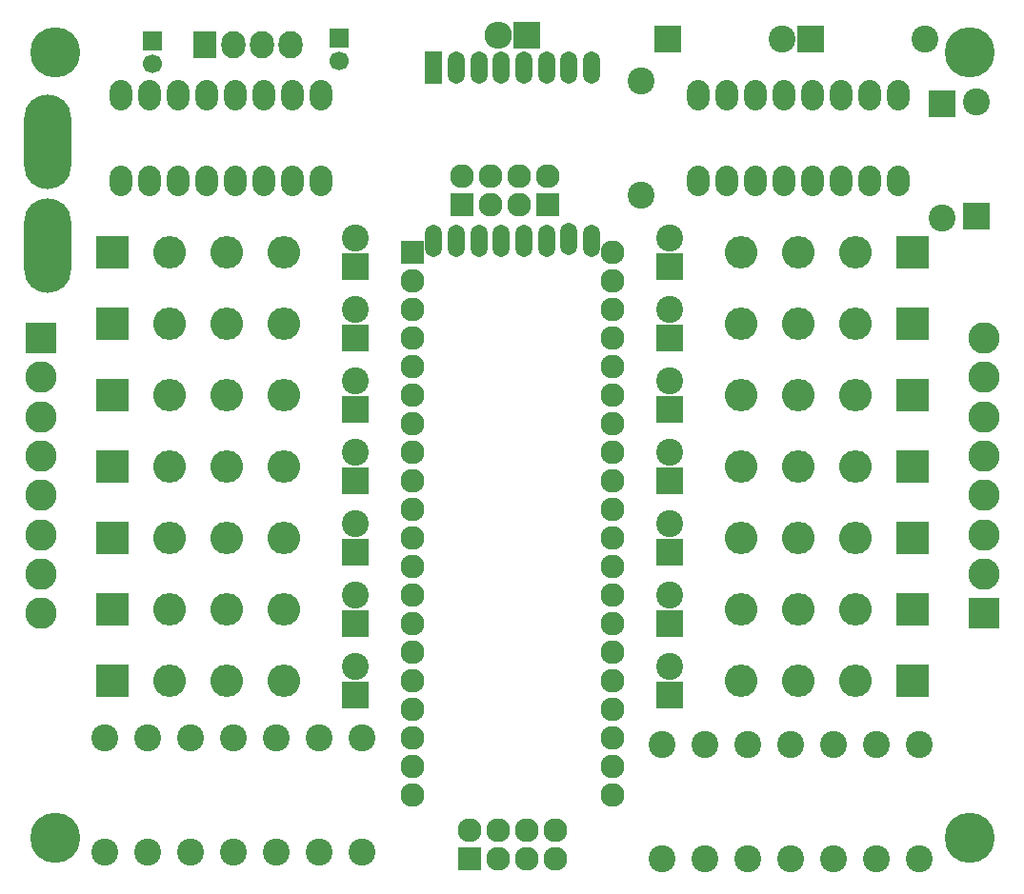
<source format=gbs>
G04 #@! TF.FileFunction,Soldermask,Bot*
%FSLAX46Y46*%
G04 Gerber Fmt 4.6, Leading zero omitted, Abs format (unit mm)*
G04 Created by KiCad (PCBNEW (2016-01-13 BZR 6465, Git 5af18e5)-product) date Wed 03 Feb 2016 11:55:23 AWST*
%MOMM*%
G01*
G04 APERTURE LIST*
%ADD10C,0.100000*%
%ADD11C,2.800000*%
%ADD12R,2.800000X2.800000*%
%ADD13C,2.398980*%
%ADD14R,2.398980X2.398980*%
%ADD15C,4.464000*%
%ADD16R,2.127200X2.127200*%
%ADD17O,2.127200X2.127200*%
%ADD18R,2.400000X2.400000*%
%ADD19C,2.400000*%
%ADD20R,2.432000X2.432000*%
%ADD21O,2.432000X2.432000*%
%ADD22R,2.127200X2.432000*%
%ADD23O,2.127200X2.432000*%
%ADD24O,2.000000X2.700000*%
%ADD25R,2.900000X2.900000*%
%ADD26O,2.900000X2.900000*%
%ADD27R,1.500000X2.900000*%
%ADD28O,1.500000X2.900000*%
%ADD29R,1.700000X1.700000*%
%ADD30C,1.700000*%
%ADD31O,4.200000X8.400000*%
G04 APERTURE END LIST*
D10*
D11*
X231140000Y-121651000D03*
X231140000Y-125151000D03*
X231140000Y-118151000D03*
X231140000Y-114651000D03*
X231140000Y-111151000D03*
X231140000Y-107651000D03*
D12*
X231140000Y-128651000D03*
D11*
X231140000Y-104151000D03*
X147320000Y-111140000D03*
X147320000Y-107640000D03*
X147320000Y-114640000D03*
X147320000Y-118140000D03*
X147320000Y-121640000D03*
X147320000Y-125140000D03*
D12*
X147320000Y-104140000D03*
D11*
X147320000Y-128640000D03*
D13*
X213233000Y-77594460D03*
D14*
X203073000Y-77594460D03*
D13*
X225933000Y-77594460D03*
D14*
X215773000Y-77594460D03*
D13*
X227459540Y-93472000D03*
D14*
X227459540Y-83312000D03*
D13*
X230502460Y-83185000D03*
D14*
X230502460Y-93345000D03*
D15*
X148590000Y-78740000D03*
X148590000Y-148590000D03*
X229870000Y-148590000D03*
D16*
X180340000Y-96520000D03*
D17*
X198120000Y-96520000D03*
X180340000Y-99060000D03*
X198120000Y-99060000D03*
X180340000Y-101600000D03*
X198120000Y-101600000D03*
X180340000Y-104140000D03*
X198120000Y-104140000D03*
X180340000Y-106680000D03*
X198120000Y-106680000D03*
X180340000Y-109220000D03*
X198120000Y-109220000D03*
X180340000Y-111760000D03*
X198120000Y-111760000D03*
X180340000Y-114300000D03*
X198120000Y-114300000D03*
X180340000Y-116840000D03*
X198120000Y-116840000D03*
X180340000Y-119380000D03*
X198120000Y-119380000D03*
X180340000Y-121920000D03*
X198120000Y-121920000D03*
X180340000Y-124460000D03*
X198120000Y-124460000D03*
X180340000Y-127000000D03*
X198120000Y-127000000D03*
X180340000Y-129540000D03*
X198120000Y-129540000D03*
X180340000Y-132080000D03*
X198120000Y-132080000D03*
X180340000Y-134620000D03*
X198120000Y-134620000D03*
X180340000Y-137160000D03*
X198120000Y-137160000D03*
X180340000Y-139700000D03*
X198120000Y-139700000D03*
X180340000Y-142240000D03*
X198120000Y-142240000D03*
X180340000Y-144780000D03*
X198120000Y-144780000D03*
D18*
X203200000Y-135890000D03*
D19*
X203200000Y-133350000D03*
D18*
X203200000Y-129540000D03*
D19*
X203200000Y-127000000D03*
D18*
X203200000Y-123190000D03*
D19*
X203200000Y-120650000D03*
D18*
X203200000Y-116840000D03*
D19*
X203200000Y-114300000D03*
D18*
X203200000Y-110490000D03*
D19*
X203200000Y-107950000D03*
D18*
X203200000Y-104140000D03*
D19*
X203200000Y-101600000D03*
D18*
X203200000Y-97790000D03*
D19*
X203200000Y-95250000D03*
D18*
X175260000Y-135890000D03*
D19*
X175260000Y-133350000D03*
D18*
X175260000Y-129540000D03*
D19*
X175260000Y-127000000D03*
D18*
X175260000Y-123190000D03*
D19*
X175260000Y-120650000D03*
D18*
X175260000Y-116840000D03*
D19*
X175260000Y-114300000D03*
D18*
X175260000Y-110490000D03*
D19*
X175260000Y-107950000D03*
D18*
X175260000Y-104140000D03*
D19*
X175260000Y-101600000D03*
D18*
X175260000Y-97790000D03*
D19*
X175260000Y-95250000D03*
D20*
X190500000Y-77216000D03*
D21*
X187960000Y-77216000D03*
D16*
X185420000Y-150495000D03*
D17*
X185420000Y-147955000D03*
X187960000Y-150495000D03*
X187960000Y-147955000D03*
X190500000Y-150495000D03*
X190500000Y-147955000D03*
X193040000Y-150495000D03*
X193040000Y-147955000D03*
D22*
X161925000Y-78105000D03*
D23*
X164465000Y-78105000D03*
X167005000Y-78105000D03*
X169545000Y-78105000D03*
D13*
X200660000Y-81280000D03*
X200660000Y-91440000D03*
X225425000Y-140335000D03*
X225425000Y-150495000D03*
X221615000Y-140335000D03*
X221615000Y-150495000D03*
X217805000Y-140335000D03*
X217805000Y-150495000D03*
X213995000Y-140335000D03*
X213995000Y-150495000D03*
X210185000Y-140335000D03*
X210185000Y-150495000D03*
X206375000Y-140335000D03*
X206375000Y-150495000D03*
X202565000Y-140335000D03*
X202565000Y-150495000D03*
X153035000Y-139700000D03*
X153035000Y-149860000D03*
X156845000Y-139700000D03*
X156845000Y-149860000D03*
X160655000Y-139700000D03*
X160655000Y-149860000D03*
X164465000Y-139700000D03*
X164465000Y-149860000D03*
X168275000Y-139700000D03*
X168275000Y-149860000D03*
X172085000Y-139700000D03*
X172085000Y-149860000D03*
X175895000Y-139700000D03*
X175895000Y-149860000D03*
D24*
X154432000Y-90170000D03*
X156972000Y-90170000D03*
X159512000Y-90170000D03*
X162052000Y-90170000D03*
X164592000Y-90170000D03*
X167132000Y-90170000D03*
X169672000Y-90170000D03*
X172212000Y-90170000D03*
X172212000Y-82550000D03*
X169672000Y-82550000D03*
X167132000Y-82550000D03*
X164592000Y-82550000D03*
X162052000Y-82550000D03*
X159512000Y-82550000D03*
X156972000Y-82550000D03*
X154432000Y-82550000D03*
X205740000Y-90170000D03*
X208280000Y-90170000D03*
X210820000Y-90170000D03*
X213360000Y-90170000D03*
X215900000Y-90170000D03*
X218440000Y-90170000D03*
X220980000Y-90170000D03*
X223520000Y-90170000D03*
X223520000Y-82550000D03*
X220980000Y-82550000D03*
X218440000Y-82550000D03*
X215900000Y-82550000D03*
X213360000Y-82550000D03*
X210820000Y-82550000D03*
X208280000Y-82550000D03*
X205740000Y-82550000D03*
D25*
X224790000Y-109220000D03*
D26*
X219710000Y-109220000D03*
X214630000Y-109220000D03*
X209550000Y-109220000D03*
D25*
X153670000Y-102870000D03*
D26*
X158750000Y-102870000D03*
X163830000Y-102870000D03*
X168910000Y-102870000D03*
D25*
X153670000Y-96520000D03*
D26*
X158750000Y-96520000D03*
X163830000Y-96520000D03*
X168910000Y-96520000D03*
D25*
X224790000Y-134620000D03*
D26*
X219710000Y-134620000D03*
X214630000Y-134620000D03*
X209550000Y-134620000D03*
D25*
X224790000Y-102870000D03*
D26*
X219710000Y-102870000D03*
X214630000Y-102870000D03*
X209550000Y-102870000D03*
D25*
X224790000Y-128270000D03*
D26*
X219710000Y-128270000D03*
X214630000Y-128270000D03*
X209550000Y-128270000D03*
D25*
X224790000Y-121920000D03*
D26*
X219710000Y-121920000D03*
X214630000Y-121920000D03*
X209550000Y-121920000D03*
D25*
X224790000Y-115570000D03*
D26*
X219710000Y-115570000D03*
X214630000Y-115570000D03*
X209550000Y-115570000D03*
D25*
X153670000Y-134620000D03*
D26*
X158750000Y-134620000D03*
X163830000Y-134620000D03*
X168910000Y-134620000D03*
D25*
X153670000Y-128270000D03*
D26*
X158750000Y-128270000D03*
X163830000Y-128270000D03*
X168910000Y-128270000D03*
D25*
X153670000Y-121920000D03*
D26*
X158750000Y-121920000D03*
X163830000Y-121920000D03*
X168910000Y-121920000D03*
D25*
X153670000Y-115570000D03*
D26*
X158750000Y-115570000D03*
X163830000Y-115570000D03*
X168910000Y-115570000D03*
D25*
X153670000Y-109220000D03*
D26*
X158750000Y-109220000D03*
X163830000Y-109220000D03*
X168910000Y-109220000D03*
D25*
X224790000Y-96520000D03*
D26*
X219710000Y-96520000D03*
X214630000Y-96520000D03*
X209550000Y-96520000D03*
D27*
X182245000Y-80072000D03*
D28*
X184245000Y-80072000D03*
X186245000Y-80072000D03*
X188245000Y-80072000D03*
X190245000Y-80072000D03*
X192245000Y-80072000D03*
X194245000Y-80072000D03*
X196245000Y-80072000D03*
X196245000Y-95472000D03*
X194245000Y-95372000D03*
X192245000Y-95472000D03*
X190245000Y-95472000D03*
X188245000Y-95472000D03*
X186245000Y-95472000D03*
X184245000Y-95472000D03*
X182245000Y-95472000D03*
D15*
X229870000Y-78740000D03*
D29*
X173863000Y-77470000D03*
D30*
X173863000Y-79470000D03*
D29*
X157226000Y-77724000D03*
D30*
X157226000Y-79724000D03*
D31*
X147955000Y-95963000D03*
X147955000Y-86663000D03*
D16*
X184785000Y-92329000D03*
D17*
X184785000Y-89789000D03*
X187325000Y-92329000D03*
X187325000Y-89789000D03*
X189865000Y-92329000D03*
X189865000Y-89789000D03*
D16*
X192405000Y-92329000D03*
D17*
X192405000Y-89789000D03*
M02*

</source>
